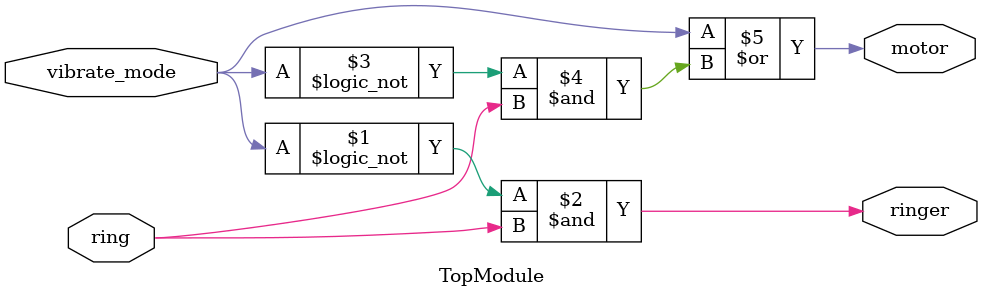
<source format=sv>

module TopModule (
  input ring,
  input vibrate_mode,
  output ringer,
  output motor
);
assign ringer = !vibrate_mode & ring;
assign motor = vibrate_mode | (!vibrate_mode & ring);
endmodule

</source>
